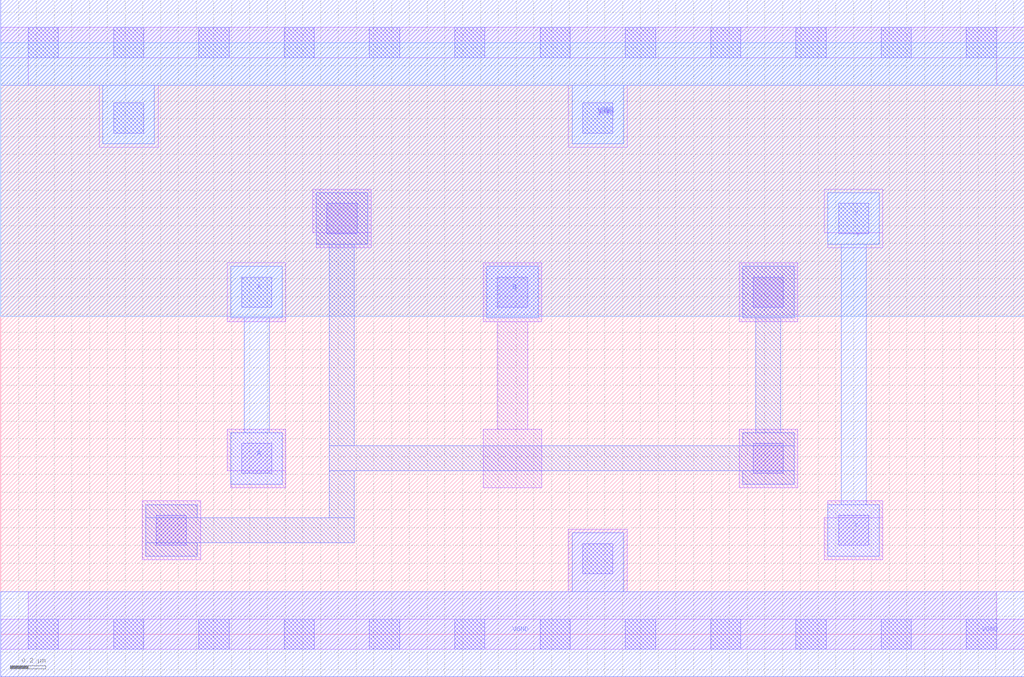
<source format=lef>
VERSION 5.7 ;
  NOWIREEXTENSIONATPIN ON ;
  DIVIDERCHAR "/" ;
  BUSBITCHARS "[]" ;
MACRO AND2X2
  CLASS CORE ;
  FOREIGN AND2X2 ;
  ORIGIN 0.000 0.000 ;
  SIZE 5.760 BY 3.330 ;
  SYMMETRY X Y ;
  SITE unit ;
  PIN A
    ANTENNAGATEAREA 0.189000 ;
    PORT
      LAYER met1 ;
        RECT 1.295 1.780 1.585 2.070 ;
        RECT 1.370 1.135 1.510 1.780 ;
        RECT 1.295 0.845 1.585 1.135 ;
    END
    PORT
      LAYER li1 ;
        RECT 1.275 1.760 1.605 2.090 ;
      LAYER mcon ;
        RECT 1.355 1.840 1.525 2.010 ;
    END
  END A
  PIN B
    ANTENNAGATEAREA 0.189000 ;
    PORT
      LAYER met1 ;
        RECT 2.735 1.780 3.025 2.070 ;
    END
  END B
  PIN VGND
    ANTENNADIFFAREA 0.541800 ;
    PORT
      LAYER met1 ;
        RECT 3.215 0.240 3.505 0.570 ;
        RECT 0.000 -0.240 5.760 0.240 ;
    END
    PORT
      LAYER li1 ;
        RECT 3.195 0.240 3.525 0.590 ;
        RECT 0.155 0.085 5.605 0.240 ;
        RECT 0.000 -0.085 5.760 0.085 ;
      LAYER mcon ;
        RECT 3.275 0.340 3.445 0.510 ;
        RECT 0.155 -0.085 0.325 0.085 ;
        RECT 0.635 -0.085 0.805 0.085 ;
        RECT 1.115 -0.085 1.285 0.085 ;
        RECT 1.595 -0.085 1.765 0.085 ;
        RECT 2.075 -0.085 2.245 0.085 ;
        RECT 2.555 -0.085 2.725 0.085 ;
        RECT 3.035 -0.085 3.205 0.085 ;
        RECT 3.515 -0.085 3.685 0.085 ;
        RECT 3.995 -0.085 4.165 0.085 ;
        RECT 4.475 -0.085 4.645 0.085 ;
        RECT 4.955 -0.085 5.125 0.085 ;
        RECT 5.435 -0.085 5.605 0.085 ;
    END
    PORT
      LAYER met1 ;
        RECT 0.000 3.090 5.760 3.570 ;
        RECT 0.575 2.760 0.865 3.090 ;
        RECT 3.215 2.760 3.505 3.090 ;
    END
  END VGND
  PIN VPWR
    ANTENNADIFFAREA 1.747200 ;
    PORT
      LAYER li1 ;
        RECT 0.000 3.245 5.760 3.415 ;
        RECT 0.155 3.090 5.605 3.245 ;
        RECT 0.555 2.740 0.885 3.090 ;
        RECT 3.195 2.740 3.525 3.090 ;
      LAYER mcon ;
        RECT 0.155 3.245 0.325 3.415 ;
        RECT 0.635 3.245 0.805 3.415 ;
        RECT 1.115 3.245 1.285 3.415 ;
        RECT 1.595 3.245 1.765 3.415 ;
        RECT 2.075 3.245 2.245 3.415 ;
        RECT 2.555 3.245 2.725 3.415 ;
        RECT 3.035 3.245 3.205 3.415 ;
        RECT 3.515 3.245 3.685 3.415 ;
        RECT 3.995 3.245 4.165 3.415 ;
        RECT 4.475 3.245 4.645 3.415 ;
        RECT 4.955 3.245 5.125 3.415 ;
        RECT 5.435 3.245 5.605 3.415 ;
        RECT 0.635 2.820 0.805 2.990 ;
        RECT 3.275 2.820 3.445 2.990 ;
    END
  END VPWR
  PIN Y
    ANTENNADIFFAREA 1.031650 ;
    PORT
      LAYER met1 ;
        RECT 4.655 2.195 4.945 2.485 ;
        RECT 4.730 0.730 4.870 2.195 ;
        RECT 4.655 0.440 4.945 0.730 ;
    END
    PORT
      LAYER li1 ;
        RECT 4.635 2.260 4.965 2.505 ;
        RECT 4.655 2.175 4.965 2.260 ;
      LAYER mcon ;
        RECT 4.715 2.255 4.885 2.425 ;
    END
  END Y
  OBS
      LAYER nwell ;
        RECT 0.000 1.790 5.760 3.330 ;
      LAYER li1 ;
        RECT 1.755 2.260 2.085 2.505 ;
        RECT 1.775 2.175 2.085 2.260 ;
        RECT 2.715 1.760 3.045 2.090 ;
        RECT 4.155 1.760 4.485 2.090 ;
        RECT 2.795 1.155 2.965 1.760 ;
        RECT 1.275 0.920 1.605 1.155 ;
        RECT 1.295 0.825 1.605 0.920 ;
        RECT 2.715 0.825 3.045 1.155 ;
        RECT 4.155 0.825 4.485 1.155 ;
        RECT 0.795 0.420 1.125 0.750 ;
        RECT 4.655 0.655 4.965 0.750 ;
        RECT 4.635 0.420 4.965 0.655 ;
      LAYER mcon ;
        RECT 1.835 2.255 2.005 2.425 ;
        RECT 2.795 1.840 2.965 2.010 ;
        RECT 4.235 1.840 4.405 2.010 ;
        RECT 1.355 0.905 1.525 1.075 ;
        RECT 4.235 0.905 4.405 1.075 ;
        RECT 0.875 0.500 1.045 0.670 ;
        RECT 4.715 0.500 4.885 0.670 ;
      LAYER met1 ;
        RECT 1.775 2.195 2.065 2.485 ;
        RECT 1.850 1.060 1.990 2.195 ;
        RECT 4.175 1.780 4.465 2.070 ;
        RECT 4.250 1.135 4.390 1.780 ;
        RECT 4.175 1.060 4.465 1.135 ;
        RECT 1.850 0.920 4.465 1.060 ;
        RECT 0.815 0.655 1.105 0.730 ;
        RECT 1.850 0.655 1.990 0.920 ;
        RECT 4.175 0.845 4.465 0.920 ;
        RECT 0.815 0.515 1.990 0.655 ;
        RECT 0.815 0.440 1.105 0.515 ;
  END
END AND2X2
END LIBRARY


</source>
